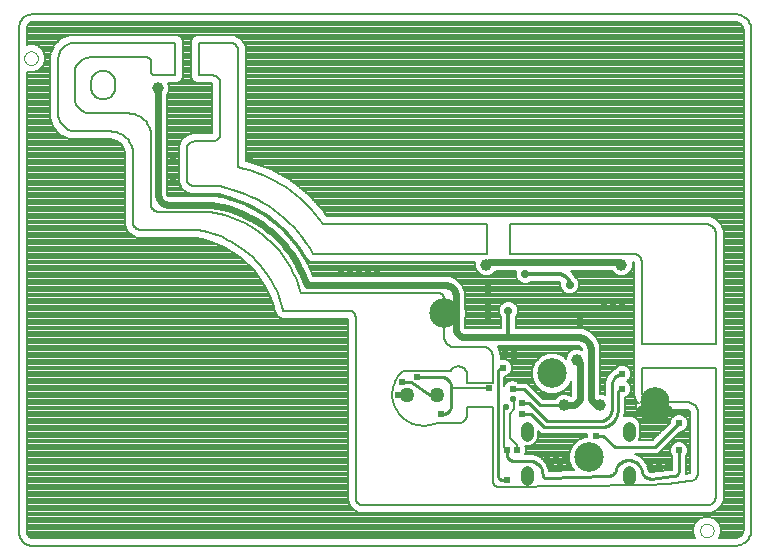
<source format=gbl>
G75*
G70*
%OFA0B0*%
%FSLAX24Y24*%
%IPPOS*%
%LPD*%
%AMOC8*
5,1,8,0,0,1.08239X$1,22.5*
%
%ADD10C,0.0050*%
%ADD11C,0.0004*%
%ADD12C,0.0433*%
%ADD13C,0.0500*%
%ADD14C,0.0984*%
%ADD15C,0.0000*%
%ADD16C,0.0080*%
%ADD17C,0.0240*%
%ADD18C,0.0400*%
%ADD19C,0.0100*%
%ADD20C,0.0390*%
%ADD21C,0.0240*%
%ADD22C,0.0220*%
%ADD23C,0.0280*%
%ADD24C,0.0140*%
D10*
X000929Y000534D02*
X024328Y000534D01*
X024327Y000533D02*
X024374Y000530D01*
X024420Y000531D01*
X024466Y000536D01*
X024512Y000544D01*
X024556Y000557D01*
X024600Y000573D01*
X024642Y000592D01*
X024682Y000615D01*
X024720Y000641D01*
X024756Y000671D01*
X024790Y000703D01*
X024821Y000737D01*
X024848Y000775D01*
X024873Y000814D01*
X024894Y000855D01*
X024912Y000898D01*
X024926Y000942D01*
X024936Y000987D01*
X024943Y001033D01*
X024943Y001034D02*
X024943Y017752D01*
X024943Y017753D02*
X024936Y017798D01*
X024926Y017844D01*
X024911Y017888D01*
X024894Y017930D01*
X024872Y017971D01*
X024848Y018011D01*
X024820Y018048D01*
X024789Y018082D01*
X024756Y018114D01*
X024720Y018143D01*
X024682Y018170D01*
X024641Y018192D01*
X024599Y018212D01*
X024556Y018228D01*
X024511Y018240D01*
X024466Y018248D01*
X024420Y018253D01*
X024374Y018254D01*
X024327Y018251D01*
X024328Y018250D02*
X000929Y018250D01*
X000930Y018250D02*
X000889Y018243D01*
X000849Y018233D01*
X000809Y018219D01*
X000772Y018201D01*
X000736Y018180D01*
X000702Y018156D01*
X000671Y018129D01*
X000642Y018099D01*
X000616Y018066D01*
X000593Y018032D01*
X000574Y017995D01*
X000558Y017956D01*
X000546Y017917D01*
X000537Y017876D01*
X000532Y017835D01*
X000531Y017793D01*
X000534Y017752D01*
X000534Y001034D01*
X000531Y000993D01*
X000532Y000951D01*
X000537Y000910D01*
X000545Y000869D01*
X000558Y000829D01*
X000574Y000791D01*
X000593Y000754D01*
X000616Y000719D01*
X000642Y000686D01*
X000670Y000656D01*
X000702Y000629D01*
X000736Y000604D01*
X000772Y000583D01*
X000809Y000565D01*
X000848Y000551D01*
X000889Y000541D01*
X000930Y000534D01*
X009337Y008375D02*
X009294Y008543D01*
X009242Y008708D01*
X009183Y008870D01*
X009115Y009030D01*
X009040Y009186D01*
X008957Y009338D01*
X008867Y009486D01*
X008770Y009629D01*
X008666Y009767D01*
X008556Y009900D01*
X008439Y010028D01*
X008316Y010150D01*
X008187Y010266D01*
X008053Y010375D01*
X007913Y010477D01*
X007769Y010573D01*
X007620Y010662D01*
X007467Y010743D01*
X007311Y010816D01*
X007151Y010882D01*
X006987Y010940D01*
X006822Y010990D01*
X006654Y011032D01*
X006484Y011066D01*
X006484Y011065D02*
X004578Y011065D01*
X004548Y011067D01*
X004518Y011072D01*
X004489Y011081D01*
X004462Y011094D01*
X004436Y011109D01*
X004412Y011128D01*
X004391Y011149D01*
X004372Y011173D01*
X004357Y011199D01*
X004344Y011226D01*
X004335Y011255D01*
X004330Y011285D01*
X004328Y011315D01*
X004328Y013595D01*
X004326Y013649D01*
X004320Y013702D01*
X004311Y013754D01*
X004298Y013806D01*
X004281Y013857D01*
X004260Y013907D01*
X004236Y013954D01*
X004209Y014000D01*
X004178Y014044D01*
X004145Y014086D01*
X004108Y014125D01*
X004069Y014162D01*
X004027Y014195D01*
X003983Y014226D01*
X003937Y014253D01*
X003890Y014277D01*
X003840Y014298D01*
X003789Y014315D01*
X003737Y014328D01*
X003685Y014337D01*
X003632Y014343D01*
X003578Y014345D01*
X002387Y014345D01*
X002341Y014350D01*
X002296Y014359D01*
X002251Y014371D01*
X002207Y014386D01*
X002165Y014405D01*
X002124Y014428D01*
X002085Y014453D01*
X002048Y014481D01*
X002014Y014512D01*
X001982Y014546D01*
X001953Y014582D01*
X001927Y014621D01*
X001903Y014661D01*
X001884Y014703D01*
X001867Y014746D01*
X001854Y014791D01*
X001844Y014836D01*
X001838Y014882D01*
X001836Y014928D01*
X001837Y014975D01*
X001837Y016756D01*
X001839Y016801D01*
X001845Y016847D01*
X001854Y016891D01*
X001867Y016935D01*
X001883Y016977D01*
X001903Y017018D01*
X001927Y017057D01*
X001953Y017094D01*
X001982Y017129D01*
X002014Y017161D01*
X002049Y017190D01*
X002086Y017216D01*
X002125Y017240D01*
X002166Y017260D01*
X002208Y017276D01*
X002252Y017289D01*
X002296Y017298D01*
X002342Y017304D01*
X002387Y017306D01*
X005733Y017306D01*
X005733Y016215D01*
X005078Y016215D01*
X005055Y016217D01*
X005032Y016222D01*
X005010Y016231D01*
X004990Y016244D01*
X004972Y016259D01*
X004957Y016277D01*
X004944Y016297D01*
X004935Y016319D01*
X004930Y016342D01*
X004928Y016365D01*
X004928Y016665D01*
X004926Y016688D01*
X004921Y016711D01*
X004912Y016733D01*
X004899Y016753D01*
X004884Y016771D01*
X004866Y016786D01*
X004846Y016799D01*
X004824Y016808D01*
X004801Y016813D01*
X004778Y016815D01*
X002928Y016815D01*
X002883Y016813D01*
X002837Y016807D01*
X002793Y016798D01*
X002749Y016785D01*
X002707Y016769D01*
X002666Y016749D01*
X002627Y016725D01*
X002590Y016699D01*
X002555Y016670D01*
X002523Y016638D01*
X002494Y016603D01*
X002468Y016566D01*
X002444Y016527D01*
X002424Y016486D01*
X002408Y016444D01*
X002395Y016400D01*
X002386Y016356D01*
X002380Y016310D01*
X002378Y016265D01*
X002378Y015495D01*
X002380Y015450D01*
X002386Y015404D01*
X002395Y015360D01*
X002408Y015316D01*
X002424Y015274D01*
X002444Y015233D01*
X002468Y015194D01*
X002494Y015157D01*
X002523Y015122D01*
X002555Y015090D01*
X002590Y015061D01*
X002627Y015035D01*
X002666Y015011D01*
X002707Y014991D01*
X002749Y014975D01*
X002793Y014962D01*
X002837Y014953D01*
X002883Y014947D01*
X002928Y014945D01*
X004178Y014945D01*
X004232Y014943D01*
X004285Y014937D01*
X004337Y014928D01*
X004389Y014915D01*
X004440Y014898D01*
X004490Y014877D01*
X004537Y014853D01*
X004583Y014826D01*
X004627Y014795D01*
X004669Y014762D01*
X004708Y014725D01*
X004745Y014686D01*
X004778Y014644D01*
X004809Y014600D01*
X004836Y014554D01*
X004860Y014507D01*
X004881Y014457D01*
X004898Y014406D01*
X004911Y014354D01*
X004920Y014302D01*
X004926Y014249D01*
X004928Y014195D01*
X004928Y011915D01*
X004930Y011885D01*
X004935Y011855D01*
X004944Y011826D01*
X004957Y011799D01*
X004972Y011773D01*
X004991Y011749D01*
X005012Y011728D01*
X005036Y011709D01*
X005062Y011694D01*
X005089Y011681D01*
X005118Y011672D01*
X005148Y011667D01*
X005178Y011665D01*
X006878Y011665D01*
X007228Y012515D02*
X006378Y012515D01*
X006348Y012517D01*
X006318Y012522D01*
X006289Y012531D01*
X006262Y012544D01*
X006236Y012559D01*
X006212Y012578D01*
X006191Y012599D01*
X006172Y012623D01*
X006157Y012649D01*
X006144Y012676D01*
X006135Y012705D01*
X006130Y012735D01*
X006128Y012765D01*
X006128Y013765D01*
X006130Y013795D01*
X006135Y013825D01*
X006144Y013854D01*
X006157Y013881D01*
X006172Y013907D01*
X006191Y013931D01*
X006212Y013952D01*
X006236Y013971D01*
X006262Y013986D01*
X006289Y013999D01*
X006318Y014008D01*
X006348Y014013D01*
X006378Y014015D01*
X006978Y014015D01*
X007008Y014017D01*
X007038Y014022D01*
X007067Y014031D01*
X007094Y014044D01*
X007120Y014059D01*
X007144Y014078D01*
X007165Y014099D01*
X007184Y014123D01*
X007199Y014149D01*
X007212Y014176D01*
X007221Y014205D01*
X007226Y014235D01*
X007228Y014265D01*
X007228Y014604D01*
X007228Y014614D02*
X007228Y015648D01*
X007228Y015628D02*
X007228Y015965D01*
X007226Y015995D01*
X007221Y016025D01*
X007212Y016054D01*
X007199Y016081D01*
X007184Y016107D01*
X007165Y016131D01*
X007144Y016152D01*
X007120Y016171D01*
X007094Y016186D01*
X007067Y016199D01*
X007038Y016208D01*
X007008Y016213D01*
X006978Y016215D01*
X006521Y016215D01*
X006521Y017306D01*
X007568Y017306D01*
X007569Y017306D02*
X007599Y017304D01*
X007628Y017299D01*
X007657Y017291D01*
X007684Y017279D01*
X007710Y017263D01*
X007734Y017245D01*
X007755Y017224D01*
X007774Y017201D01*
X007790Y017175D01*
X007802Y017148D01*
X007811Y017119D01*
X007817Y017090D01*
X007819Y017060D01*
X007818Y017060D02*
X007818Y013156D01*
X010657Y011256D02*
X016120Y011256D01*
X016120Y010259D01*
X010328Y010259D01*
X009928Y008965D02*
X014478Y008965D01*
X014506Y008964D01*
X014533Y008960D01*
X014560Y008953D01*
X014585Y008942D01*
X014609Y008928D01*
X014630Y008911D01*
X014650Y008891D01*
X014666Y008869D01*
X014680Y008845D01*
X014690Y008819D01*
X014697Y008792D01*
X014700Y008765D01*
X014699Y008765D02*
X014699Y007521D01*
X014698Y007485D01*
X014701Y007450D01*
X014708Y007415D01*
X014718Y007381D01*
X014732Y007348D01*
X014749Y007316D01*
X014770Y007287D01*
X014793Y007260D01*
X014819Y007236D01*
X014847Y007214D01*
X014878Y007195D01*
X014910Y007180D01*
X014944Y007169D01*
X014979Y007160D01*
X015014Y007156D01*
X016009Y007156D01*
X016010Y007156D02*
X016042Y007155D01*
X016074Y007152D01*
X016106Y007144D01*
X016137Y007133D01*
X016166Y007119D01*
X016193Y007101D01*
X016219Y007081D01*
X016242Y007058D01*
X016262Y007032D01*
X016279Y007005D01*
X016293Y006975D01*
X016303Y006944D01*
X016310Y006913D01*
X016314Y006880D01*
X016314Y006881D02*
X016314Y005956D01*
X015468Y005956D01*
X015468Y006220D01*
X015466Y006253D01*
X015460Y006286D01*
X015450Y006318D01*
X015437Y006349D01*
X015421Y006378D01*
X015401Y006406D01*
X015378Y006430D01*
X015353Y006452D01*
X015325Y006471D01*
X015296Y006487D01*
X015264Y006499D01*
X015232Y006508D01*
X015199Y006513D01*
X015165Y006514D01*
X015132Y006511D01*
X015099Y006505D01*
X015067Y006495D01*
X015036Y006481D01*
X015007Y006464D01*
X014980Y006444D01*
X014956Y006421D01*
X014935Y006395D01*
X014916Y006367D01*
X014917Y006367D02*
X013342Y006367D01*
X013341Y006367D02*
X013294Y006325D01*
X013249Y006280D01*
X013208Y006232D01*
X013169Y006182D01*
X013133Y006129D01*
X013101Y006075D01*
X013072Y006018D01*
X013046Y005960D01*
X013024Y005901D01*
X013006Y005840D01*
X012991Y005778D01*
X012981Y005715D01*
X012974Y005652D01*
X012971Y005589D01*
X012972Y005525D01*
X012977Y005462D01*
X012986Y005399D01*
X012998Y005337D01*
X013015Y005276D01*
X013035Y005216D01*
X013058Y005157D01*
X013086Y005099D01*
X013116Y005044D01*
X013150Y004990D01*
X013188Y004939D01*
X013228Y004890D01*
X013271Y004844D01*
X013317Y004800D01*
X013366Y004759D01*
X013417Y004721D01*
X013470Y004687D01*
X013526Y004656D01*
X013583Y004628D01*
X013641Y004604D01*
X013701Y004583D01*
X013763Y004566D01*
X013825Y004553D01*
X013887Y004544D01*
X013951Y004539D01*
X014014Y004537D01*
X014078Y004539D01*
X014141Y004546D01*
X014203Y004556D01*
X014265Y004570D01*
X014326Y004587D01*
X014386Y004609D01*
X014444Y004634D01*
X015153Y004634D01*
X015186Y004633D01*
X015218Y004636D01*
X015250Y004642D01*
X015281Y004652D01*
X015311Y004665D01*
X015339Y004682D01*
X015365Y004701D01*
X015389Y004724D01*
X015410Y004749D01*
X015428Y004776D01*
X015443Y004805D01*
X015455Y004835D01*
X015463Y004867D01*
X015468Y004899D01*
X015468Y005167D01*
X016314Y005167D01*
X016314Y002729D01*
X016316Y002699D01*
X016321Y002669D01*
X016330Y002640D01*
X016343Y002613D01*
X016358Y002587D01*
X016377Y002563D01*
X016398Y002542D01*
X016422Y002523D01*
X016448Y002508D01*
X016475Y002495D01*
X016504Y002486D01*
X016534Y002481D01*
X016564Y002479D01*
X021424Y002565D01*
X022873Y002683D02*
X022906Y002685D01*
X022938Y002690D01*
X022970Y002699D01*
X023001Y002712D01*
X023029Y002728D01*
X023056Y002747D01*
X023081Y002769D01*
X023103Y002794D01*
X023122Y002821D01*
X023138Y002849D01*
X023151Y002880D01*
X023160Y002912D01*
X023165Y002944D01*
X023167Y002977D01*
X023167Y004915D01*
X023167Y004916D02*
X023168Y004952D01*
X023166Y004988D01*
X023160Y005024D01*
X023150Y005059D01*
X023137Y005094D01*
X023121Y005126D01*
X023102Y005157D01*
X023080Y005186D01*
X023055Y005213D01*
X023028Y005237D01*
X022998Y005258D01*
X022967Y005276D01*
X022933Y005291D01*
X022899Y005303D01*
X022863Y005311D01*
X022827Y005316D01*
X022828Y005315D02*
X021728Y005315D01*
X021689Y005314D01*
X021649Y005317D01*
X021611Y005324D01*
X021573Y005334D01*
X021536Y005348D01*
X021500Y005365D01*
X021467Y005386D01*
X021435Y005409D01*
X021406Y005435D01*
X021379Y005464D01*
X021355Y005495D01*
X021333Y005528D01*
X021315Y005563D01*
X021301Y005600D01*
X021290Y005637D01*
X021282Y005676D01*
X021278Y005715D01*
X021278Y006464D01*
X023758Y006464D01*
X023758Y002186D01*
X023756Y002153D01*
X023751Y002120D01*
X023742Y002088D01*
X023730Y002058D01*
X023714Y002028D01*
X023695Y002001D01*
X023673Y001976D01*
X023648Y001954D01*
X023621Y001935D01*
X023592Y001918D01*
X023562Y001905D01*
X023530Y001896D01*
X023497Y001890D01*
X023464Y001888D01*
X011983Y001888D01*
X011984Y001888D02*
X011954Y001891D01*
X011925Y001897D01*
X011897Y001907D01*
X011871Y001920D01*
X011846Y001936D01*
X011823Y001955D01*
X011803Y001977D01*
X011786Y002001D01*
X011771Y002027D01*
X011760Y002054D01*
X011752Y002083D01*
X011748Y002112D01*
X011747Y002141D01*
X011747Y002142D02*
X011747Y008175D01*
X011744Y008202D01*
X011737Y008229D01*
X011727Y008255D01*
X011713Y008279D01*
X011697Y008301D01*
X011677Y008321D01*
X011656Y008338D01*
X011632Y008352D01*
X011607Y008363D01*
X011580Y008370D01*
X011553Y008374D01*
X011525Y008375D01*
X009337Y008375D01*
X010657Y011256D02*
X010530Y011434D01*
X010394Y011605D01*
X010250Y011770D01*
X010099Y011928D01*
X009940Y012078D01*
X009774Y012221D01*
X009601Y012356D01*
X009422Y012482D01*
X009238Y012599D01*
X009047Y012707D01*
X008852Y012806D01*
X008653Y012896D01*
X008449Y012976D01*
X008242Y013046D01*
X008031Y013106D01*
X007818Y013156D01*
X003728Y015815D02*
X003728Y015965D01*
X003726Y016004D01*
X003720Y016043D01*
X003711Y016081D01*
X003698Y016118D01*
X003681Y016154D01*
X003661Y016187D01*
X003637Y016219D01*
X003611Y016248D01*
X003582Y016274D01*
X003550Y016298D01*
X003517Y016318D01*
X003481Y016335D01*
X003444Y016348D01*
X003406Y016357D01*
X003367Y016363D01*
X003328Y016365D01*
X003289Y016363D01*
X003250Y016357D01*
X003212Y016348D01*
X003175Y016335D01*
X003139Y016318D01*
X003106Y016298D01*
X003074Y016274D01*
X003045Y016248D01*
X003019Y016219D01*
X002995Y016187D01*
X002975Y016154D01*
X002958Y016118D01*
X002945Y016081D01*
X002936Y016043D01*
X002930Y016004D01*
X002928Y015965D01*
X002928Y015815D01*
X002930Y015776D01*
X002936Y015737D01*
X002945Y015699D01*
X002958Y015662D01*
X002975Y015626D01*
X002995Y015593D01*
X003019Y015561D01*
X003045Y015532D01*
X003074Y015506D01*
X003106Y015482D01*
X003139Y015462D01*
X003175Y015445D01*
X003212Y015432D01*
X003250Y015423D01*
X003289Y015417D01*
X003328Y015415D01*
X003367Y015417D01*
X003406Y015423D01*
X003444Y015432D01*
X003481Y015445D01*
X003517Y015462D01*
X003550Y015482D01*
X003582Y015506D01*
X003611Y015532D01*
X003637Y015561D01*
X003661Y015593D01*
X003681Y015626D01*
X003698Y015662D01*
X003711Y015699D01*
X003720Y015737D01*
X003726Y015776D01*
X003728Y015815D01*
X007228Y012515D02*
X007443Y012468D01*
X007655Y012410D01*
X007864Y012342D01*
X008070Y012264D01*
X008271Y012176D01*
X008469Y012079D01*
X008661Y011972D01*
X008847Y011856D01*
X009028Y011730D01*
X009203Y011597D01*
X009371Y011455D01*
X009532Y011305D01*
X009685Y011147D01*
X009831Y010983D01*
X009968Y010811D01*
X010097Y010633D01*
X010217Y010449D01*
X010328Y010259D01*
X009928Y008965D02*
X009877Y009137D01*
X009818Y009307D01*
X009751Y009474D01*
X009675Y009637D01*
X009592Y009797D01*
X009501Y009952D01*
X009403Y010102D01*
X009298Y010248D01*
X009185Y010388D01*
X009066Y010523D01*
X008941Y010652D01*
X008809Y010774D01*
X008671Y010890D01*
X008528Y010999D01*
X008380Y011101D01*
X008227Y011195D01*
X008070Y011282D01*
X007909Y011362D01*
X007744Y011433D01*
X007576Y011496D01*
X007404Y011551D01*
X007231Y011598D01*
X007055Y011636D01*
X006878Y011665D01*
X016908Y011256D02*
X016908Y010259D01*
X021028Y010259D01*
X021058Y010258D01*
X021087Y010253D01*
X021116Y010244D01*
X021143Y010232D01*
X021169Y010217D01*
X021192Y010199D01*
X021214Y010178D01*
X021232Y010155D01*
X021248Y010130D01*
X021261Y010103D01*
X021270Y010074D01*
X021276Y010045D01*
X021278Y010015D01*
X021278Y007252D01*
X023758Y007252D01*
X023758Y010915D01*
X023757Y010916D02*
X023756Y010951D01*
X023751Y010985D01*
X023742Y011019D01*
X023730Y011052D01*
X023715Y011084D01*
X023696Y011114D01*
X023674Y011141D01*
X023650Y011166D01*
X023623Y011189D01*
X023594Y011208D01*
X023563Y011225D01*
X023531Y011238D01*
X023497Y011248D01*
X023462Y011254D01*
X023427Y011256D01*
X023428Y011256D02*
X016908Y011256D01*
X021424Y002565D02*
X022150Y002608D01*
X022873Y002683D01*
D11*
X020956Y002742D02*
X020956Y002986D01*
X020955Y002986D02*
X020953Y003006D01*
X020948Y003025D01*
X020939Y003043D01*
X020927Y003059D01*
X020912Y003072D01*
X020895Y003083D01*
X020877Y003090D01*
X020857Y003094D01*
X020837Y003094D01*
X020817Y003090D01*
X020799Y003083D01*
X020782Y003072D01*
X020767Y003059D01*
X020755Y003043D01*
X020746Y003025D01*
X020741Y003006D01*
X020739Y002986D01*
X020739Y002742D01*
X020741Y002722D01*
X020746Y002703D01*
X020755Y002685D01*
X020767Y002669D01*
X020782Y002656D01*
X020799Y002645D01*
X020817Y002638D01*
X020837Y002634D01*
X020857Y002634D01*
X020877Y002638D01*
X020895Y002645D01*
X020912Y002656D01*
X020927Y002669D01*
X020939Y002685D01*
X020948Y002703D01*
X020953Y002722D01*
X020955Y002742D01*
X020956Y004238D02*
X020956Y004483D01*
X020955Y004483D02*
X020953Y004503D01*
X020948Y004522D01*
X020939Y004540D01*
X020927Y004556D01*
X020912Y004569D01*
X020895Y004580D01*
X020877Y004587D01*
X020857Y004591D01*
X020837Y004591D01*
X020817Y004587D01*
X020799Y004580D01*
X020782Y004569D01*
X020767Y004556D01*
X020755Y004540D01*
X020746Y004522D01*
X020741Y004503D01*
X020739Y004483D01*
X020739Y004238D01*
X020741Y004218D01*
X020746Y004199D01*
X020755Y004181D01*
X020767Y004165D01*
X020782Y004152D01*
X020799Y004141D01*
X020817Y004134D01*
X020837Y004130D01*
X020857Y004130D01*
X020877Y004134D01*
X020895Y004141D01*
X020912Y004152D01*
X020927Y004165D01*
X020939Y004181D01*
X020948Y004199D01*
X020953Y004218D01*
X020955Y004238D01*
X017554Y004238D02*
X017554Y004483D01*
X017552Y004503D01*
X017547Y004522D01*
X017538Y004540D01*
X017526Y004556D01*
X017511Y004569D01*
X017494Y004580D01*
X017476Y004587D01*
X017456Y004591D01*
X017436Y004591D01*
X017416Y004587D01*
X017398Y004580D01*
X017381Y004569D01*
X017366Y004556D01*
X017354Y004540D01*
X017345Y004522D01*
X017340Y004503D01*
X017338Y004483D01*
X017338Y004238D01*
X017340Y004218D01*
X017345Y004199D01*
X017354Y004181D01*
X017366Y004165D01*
X017381Y004152D01*
X017398Y004141D01*
X017416Y004134D01*
X017436Y004130D01*
X017456Y004130D01*
X017476Y004134D01*
X017494Y004141D01*
X017511Y004152D01*
X017526Y004165D01*
X017538Y004181D01*
X017547Y004199D01*
X017552Y004218D01*
X017554Y004238D01*
X017554Y002986D02*
X017554Y002742D01*
X017552Y002722D01*
X017547Y002703D01*
X017538Y002685D01*
X017526Y002669D01*
X017511Y002656D01*
X017494Y002645D01*
X017476Y002638D01*
X017456Y002634D01*
X017436Y002634D01*
X017416Y002638D01*
X017398Y002645D01*
X017381Y002656D01*
X017366Y002669D01*
X017354Y002685D01*
X017345Y002703D01*
X017340Y002722D01*
X017338Y002742D01*
X017338Y002986D01*
X017340Y003006D01*
X017345Y003025D01*
X017354Y003043D01*
X017366Y003059D01*
X017381Y003072D01*
X017398Y003083D01*
X017416Y003090D01*
X017436Y003094D01*
X017456Y003094D01*
X017476Y003090D01*
X017494Y003083D01*
X017511Y003072D01*
X017526Y003059D01*
X017538Y003043D01*
X017547Y003025D01*
X017552Y003006D01*
X017554Y002986D01*
D12*
X017446Y002744D02*
X017446Y002744D01*
X017446Y002980D01*
X017446Y002980D01*
X017446Y002744D01*
X017446Y004241D02*
X017446Y004241D01*
X017446Y004477D01*
X017446Y004477D01*
X017446Y004241D01*
X020847Y004241D02*
X020847Y004241D01*
X020847Y004477D01*
X020847Y004477D01*
X020847Y004241D01*
X020847Y002744D02*
X020847Y002744D01*
X020847Y002980D01*
X020847Y002980D01*
X020847Y002744D01*
D13*
X014468Y005547D03*
X013468Y005547D03*
D14*
X014710Y008279D03*
X018308Y006278D03*
X021725Y005319D03*
X019538Y003495D03*
D15*
X023229Y001042D02*
X023231Y001072D01*
X023237Y001101D01*
X023246Y001129D01*
X023259Y001155D01*
X023276Y001180D01*
X023295Y001203D01*
X023318Y001222D01*
X023342Y001239D01*
X023369Y001252D01*
X023397Y001261D01*
X023426Y001267D01*
X023456Y001269D01*
X023486Y001267D01*
X023515Y001261D01*
X023543Y001252D01*
X023569Y001239D01*
X023594Y001222D01*
X023617Y001203D01*
X023636Y001180D01*
X023653Y001156D01*
X023666Y001129D01*
X023675Y001101D01*
X023681Y001072D01*
X023683Y001042D01*
X023681Y001012D01*
X023675Y000983D01*
X023666Y000955D01*
X023653Y000929D01*
X023636Y000904D01*
X023617Y000881D01*
X023594Y000862D01*
X023570Y000845D01*
X023543Y000832D01*
X023515Y000823D01*
X023486Y000817D01*
X023456Y000815D01*
X023426Y000817D01*
X023397Y000823D01*
X023369Y000832D01*
X023343Y000845D01*
X023318Y000862D01*
X023295Y000881D01*
X023276Y000904D01*
X023259Y000928D01*
X023246Y000955D01*
X023237Y000983D01*
X023231Y001012D01*
X023229Y001042D01*
X000700Y016790D02*
X000702Y016820D01*
X000708Y016849D01*
X000717Y016877D01*
X000730Y016903D01*
X000747Y016928D01*
X000766Y016951D01*
X000789Y016970D01*
X000813Y016987D01*
X000840Y017000D01*
X000868Y017009D01*
X000897Y017015D01*
X000927Y017017D01*
X000957Y017015D01*
X000986Y017009D01*
X001014Y017000D01*
X001040Y016987D01*
X001065Y016970D01*
X001088Y016951D01*
X001107Y016928D01*
X001124Y016904D01*
X001137Y016877D01*
X001146Y016849D01*
X001152Y016820D01*
X001154Y016790D01*
X001152Y016760D01*
X001146Y016731D01*
X001137Y016703D01*
X001124Y016677D01*
X001107Y016652D01*
X001088Y016629D01*
X001065Y016610D01*
X001041Y016593D01*
X001014Y016580D01*
X000986Y016571D01*
X000957Y016565D01*
X000927Y016563D01*
X000897Y016565D01*
X000868Y016571D01*
X000840Y016580D01*
X000814Y016593D01*
X000789Y016610D01*
X000766Y016629D01*
X000747Y016652D01*
X000730Y016676D01*
X000717Y016703D01*
X000708Y016731D01*
X000702Y016760D01*
X000700Y016790D01*
D16*
X000799Y017242D02*
X000799Y017715D01*
X000803Y017730D01*
X000799Y017767D01*
X000799Y017805D01*
X000797Y017810D01*
X000796Y017819D01*
X000816Y017888D01*
X000861Y017944D01*
X000924Y017979D01*
X000952Y017985D01*
X024289Y017985D01*
X024303Y017981D01*
X024342Y017985D01*
X024381Y017985D01*
X024385Y017987D01*
X024413Y017987D01*
X024524Y017954D01*
X024613Y017882D01*
X024668Y017781D01*
X024678Y017732D01*
X024678Y001054D01*
X024668Y001004D01*
X024613Y000903D01*
X024524Y000830D01*
X024413Y000797D01*
X024384Y000797D01*
X024381Y000799D01*
X024341Y000799D01*
X024303Y000803D01*
X024289Y000799D01*
X023861Y000799D01*
X023923Y000949D01*
X023923Y001134D01*
X023852Y001306D01*
X023720Y001437D01*
X023549Y001509D01*
X023363Y001509D01*
X023191Y001437D01*
X023060Y001306D01*
X022989Y001134D01*
X022989Y000949D01*
X023051Y000799D01*
X000952Y000799D01*
X000924Y000805D01*
X000861Y000840D01*
X000816Y000897D01*
X000796Y000967D01*
X000796Y000976D01*
X000799Y000981D01*
X000799Y001018D01*
X000803Y001055D01*
X000799Y001071D01*
X000799Y016337D01*
X000835Y016323D01*
X001020Y016323D01*
X001192Y016394D01*
X001323Y016525D01*
X001394Y016697D01*
X001394Y016882D01*
X001323Y017054D01*
X001192Y017186D01*
X001020Y017257D01*
X000835Y017257D01*
X000799Y017242D01*
X000799Y017254D02*
X000829Y017254D01*
X000799Y017333D02*
X001812Y017333D01*
X001890Y017411D02*
X000799Y017411D01*
X000799Y017490D02*
X002030Y017490D01*
X001926Y017447D02*
X001926Y017447D01*
X002225Y017571D01*
X005786Y017571D01*
X005883Y017530D01*
X005958Y017456D01*
X005998Y017358D01*
X005998Y016162D01*
X005958Y016065D01*
X005883Y015991D01*
X005786Y015950D01*
X005508Y015950D01*
X005542Y015869D01*
X005542Y015719D01*
X005485Y015582D01*
X005467Y015564D01*
X005467Y012233D01*
X005468Y012230D01*
X007280Y012230D01*
X007197Y012250D02*
X007539Y012168D01*
X008234Y011900D01*
X008872Y011516D01*
X009433Y011028D01*
X009901Y010449D01*
X010090Y010140D01*
X010103Y010109D01*
X010114Y010098D01*
X010121Y010085D01*
X010151Y010061D01*
X010178Y010034D01*
X010192Y010028D01*
X010204Y010019D01*
X010240Y010008D01*
X010275Y009994D01*
X010290Y009994D01*
X010305Y009990D01*
X010343Y009994D01*
X015740Y009994D01*
X015735Y009982D01*
X015735Y009833D01*
X015792Y009695D01*
X015898Y009589D01*
X016035Y009532D01*
X016185Y009532D01*
X016322Y009589D01*
X016417Y009684D01*
X017102Y009684D01*
X017089Y009652D01*
X017089Y009525D01*
X017137Y009408D01*
X017228Y009317D01*
X017345Y009269D01*
X017472Y009269D01*
X017590Y009317D01*
X017611Y009339D01*
X018529Y009339D01*
X018549Y009337D01*
X018575Y009326D01*
X018564Y009297D01*
X018564Y009170D01*
X018612Y009052D01*
X018702Y008962D01*
X018820Y008914D01*
X018947Y008914D01*
X019065Y008962D01*
X019155Y009052D01*
X019204Y009170D01*
X019204Y009297D01*
X019155Y009415D01*
X019076Y009494D01*
X019042Y009576D01*
X018934Y009684D01*
X020303Y009684D01*
X020398Y009589D01*
X020535Y009532D01*
X020685Y009532D01*
X020822Y009589D01*
X020928Y009695D01*
X020985Y009833D01*
X020985Y009982D01*
X020980Y009993D01*
X021013Y009994D01*
X021013Y007200D01*
X021017Y007190D01*
X021017Y006527D01*
X021013Y006517D01*
X021013Y005760D01*
X021010Y005752D01*
X021013Y005707D01*
X021013Y005662D01*
X021016Y005655D01*
X021021Y005562D01*
X021098Y005403D01*
X021093Y005368D01*
X021093Y005359D01*
X021120Y005359D01*
X021141Y005315D01*
X021182Y005279D01*
X021093Y005279D01*
X021093Y005269D01*
X021109Y005171D01*
X021139Y005076D01*
X021184Y004987D01*
X021243Y004907D01*
X021313Y004836D01*
X021394Y004778D01*
X021482Y004733D01*
X021577Y004702D01*
X021675Y004686D01*
X021685Y004686D01*
X021685Y005047D01*
X021736Y005050D01*
X021765Y005050D01*
X021765Y004686D01*
X021775Y004686D01*
X021873Y004702D01*
X021968Y004733D01*
X022056Y004778D01*
X022137Y004836D01*
X022207Y004907D01*
X022266Y004987D01*
X022298Y005050D01*
X022811Y005050D01*
X022827Y005047D01*
X022863Y005028D01*
X022890Y004997D01*
X022902Y004959D01*
X022902Y004926D01*
X022899Y004884D01*
X022902Y004874D01*
X022902Y002977D01*
X022902Y002971D01*
X022897Y002961D01*
X022889Y002953D01*
X022887Y002952D01*
X022857Y002948D01*
X022821Y002948D01*
X022808Y002942D01*
X022753Y002937D01*
X022758Y002945D01*
X022758Y003521D01*
X022782Y003545D01*
X022828Y003656D01*
X022828Y003775D01*
X022782Y003885D01*
X022698Y003970D01*
X022587Y004015D01*
X022468Y004015D01*
X022358Y003970D01*
X022273Y003885D01*
X022228Y003775D01*
X022228Y003656D01*
X022273Y003545D01*
X022298Y003521D01*
X022298Y003075D01*
X022297Y003075D01*
X022213Y003075D01*
X022203Y003066D01*
X021577Y003005D01*
X021566Y003006D01*
X021541Y003016D01*
X021522Y003033D01*
X021525Y003040D01*
X021507Y003103D01*
X021504Y003168D01*
X021480Y003191D01*
X021458Y003266D01*
X021277Y003482D01*
X021277Y003482D01*
X021277Y003482D01*
X021072Y003585D01*
X021823Y003585D01*
X022553Y004315D01*
X022587Y004315D01*
X022698Y004361D01*
X022782Y004445D01*
X022828Y004556D01*
X022828Y004675D01*
X022782Y004785D01*
X022698Y004870D01*
X022587Y004915D01*
X022468Y004915D01*
X022358Y004870D01*
X022273Y004785D01*
X022228Y004675D01*
X022228Y004640D01*
X021633Y004045D01*
X021196Y004045D01*
X021244Y004162D01*
X021244Y004556D01*
X021184Y004701D01*
X021072Y004813D01*
X020926Y004873D01*
X020769Y004873D01*
X020697Y004844D01*
X020707Y004864D01*
X020710Y004934D01*
X020714Y004938D01*
X020714Y005029D01*
X020718Y005119D01*
X020714Y005123D01*
X020714Y005471D01*
X020804Y005508D01*
X020888Y005593D01*
X020934Y005703D01*
X020934Y005822D01*
X020888Y005932D01*
X020808Y006012D01*
X020888Y006093D01*
X020934Y006203D01*
X020934Y006322D01*
X020888Y006432D01*
X020804Y006517D01*
X020693Y006562D01*
X020574Y006562D01*
X020464Y006517D01*
X020379Y006432D01*
X020376Y006423D01*
X020282Y006377D01*
X020123Y006196D01*
X020123Y006196D01*
X020046Y005967D01*
X020054Y005855D01*
X020054Y005557D01*
X019980Y005587D01*
X019884Y005587D01*
X019884Y007223D01*
X019777Y007480D01*
X019777Y007480D01*
X019580Y007677D01*
X021013Y007677D01*
X021013Y007599D02*
X019659Y007599D01*
X019737Y007520D02*
X021013Y007520D01*
X021013Y007442D02*
X019793Y007442D01*
X019826Y007363D02*
X021013Y007363D01*
X021013Y007285D02*
X019858Y007285D01*
X019884Y007206D02*
X021013Y007206D01*
X021017Y007128D02*
X019884Y007128D01*
X019884Y007049D02*
X021017Y007049D01*
X021017Y006971D02*
X019884Y006971D01*
X019884Y006892D02*
X021017Y006892D01*
X021017Y006814D02*
X019884Y006814D01*
X019884Y006735D02*
X021017Y006735D01*
X021017Y006657D02*
X019884Y006657D01*
X019884Y006578D02*
X021017Y006578D01*
X021013Y006500D02*
X020821Y006500D01*
X020893Y006421D02*
X021013Y006421D01*
X021013Y006343D02*
X020925Y006343D01*
X020934Y006264D02*
X021013Y006264D01*
X021013Y006186D02*
X020927Y006186D01*
X020894Y006107D02*
X021013Y006107D01*
X021013Y006029D02*
X020824Y006029D01*
X020870Y005950D02*
X021013Y005950D01*
X021013Y005872D02*
X020913Y005872D01*
X020934Y005793D02*
X021013Y005793D01*
X021012Y005715D02*
X020934Y005715D01*
X020906Y005636D02*
X021017Y005636D01*
X021021Y005562D02*
X021021Y005562D01*
X021024Y005558D02*
X020853Y005558D01*
X020734Y005479D02*
X021062Y005479D01*
X021098Y005401D02*
X020714Y005401D01*
X020714Y005322D02*
X021138Y005322D01*
X021141Y005315D02*
X021141Y005315D01*
X021097Y005244D02*
X020714Y005244D01*
X020714Y005165D02*
X021110Y005165D01*
X021136Y005087D02*
X020716Y005087D01*
X020714Y005008D02*
X021174Y005008D01*
X021226Y004930D02*
X020709Y004930D01*
X020707Y004864D02*
X020707Y004864D01*
X020701Y004851D02*
X020715Y004851D01*
X020979Y004851D02*
X021299Y004851D01*
X021404Y004773D02*
X021112Y004773D01*
X021186Y004694D02*
X021627Y004694D01*
X021685Y004694D02*
X021765Y004694D01*
X021824Y004694D02*
X022236Y004694D01*
X022203Y004616D02*
X021219Y004616D01*
X021244Y004537D02*
X022125Y004537D01*
X022046Y004459D02*
X021244Y004459D01*
X021244Y004380D02*
X021968Y004380D01*
X021889Y004302D02*
X021244Y004302D01*
X021244Y004223D02*
X021811Y004223D01*
X021732Y004145D02*
X021237Y004145D01*
X021204Y004066D02*
X021654Y004066D01*
X021990Y003752D02*
X022228Y003752D01*
X022228Y003674D02*
X021912Y003674D01*
X021833Y003595D02*
X022253Y003595D01*
X022298Y003517D02*
X021208Y003517D01*
X021314Y003438D02*
X022298Y003438D01*
X022298Y003360D02*
X021379Y003360D01*
X021445Y003281D02*
X022298Y003281D01*
X022298Y003203D02*
X021477Y003203D01*
X021458Y003266D02*
X021458Y003266D01*
X021506Y003124D02*
X022298Y003124D01*
X021993Y003046D02*
X021524Y003046D01*
X022069Y003831D02*
X022251Y003831D01*
X022298Y003909D02*
X022147Y003909D01*
X022226Y003988D02*
X022402Y003988D01*
X022304Y004066D02*
X022902Y004066D01*
X022902Y003988D02*
X022654Y003988D01*
X022758Y003909D02*
X022902Y003909D01*
X022902Y003831D02*
X022805Y003831D01*
X022828Y003752D02*
X022902Y003752D01*
X022902Y003674D02*
X022828Y003674D01*
X022803Y003595D02*
X022902Y003595D01*
X022902Y003517D02*
X022758Y003517D01*
X022758Y003438D02*
X022902Y003438D01*
X022902Y003360D02*
X022758Y003360D01*
X022758Y003281D02*
X022902Y003281D01*
X022902Y003203D02*
X022758Y003203D01*
X022758Y003124D02*
X022902Y003124D01*
X022902Y003046D02*
X022758Y003046D01*
X022758Y002967D02*
X022900Y002967D01*
X024023Y002967D02*
X024678Y002967D01*
X024678Y002889D02*
X024023Y002889D01*
X024023Y002810D02*
X024678Y002810D01*
X024678Y002732D02*
X024023Y002732D01*
X024023Y002653D02*
X024678Y002653D01*
X024678Y002575D02*
X024023Y002575D01*
X024023Y002496D02*
X024678Y002496D01*
X024678Y002418D02*
X024023Y002418D01*
X024023Y002339D02*
X024678Y002339D01*
X024678Y002261D02*
X024023Y002261D01*
X024023Y002187D02*
X024023Y006375D01*
X024027Y006379D01*
X024027Y007337D01*
X024023Y007342D01*
X024023Y010913D01*
X024025Y011030D01*
X023937Y011252D01*
X023937Y011252D01*
X023771Y011424D01*
X023771Y011424D01*
X023551Y011519D01*
X023483Y011520D01*
X023481Y011521D01*
X023430Y011521D01*
X023379Y011522D01*
X023377Y011521D01*
X016988Y011521D01*
X016988Y011521D01*
X016030Y011521D01*
X016029Y011521D01*
X010798Y011521D01*
X010668Y011712D01*
X010161Y012255D01*
X009578Y012714D01*
X008931Y013078D01*
X008236Y013339D01*
X008236Y013339D01*
X008083Y013371D01*
X008083Y017009D01*
X008084Y017010D01*
X008083Y017061D01*
X008083Y017113D01*
X008083Y017114D01*
X008082Y017200D01*
X007943Y017437D01*
X007943Y017437D01*
X007943Y017437D01*
X007703Y017572D01*
X007567Y017571D01*
X006468Y017571D01*
X006371Y017530D01*
X006296Y017456D01*
X006256Y017358D01*
X006256Y016162D01*
X006296Y016065D01*
X006371Y015991D01*
X006468Y015950D01*
X006963Y015950D01*
X006963Y014280D01*
X006275Y014280D01*
X006086Y014202D01*
X005941Y014057D01*
X005863Y013868D01*
X005863Y012663D01*
X005941Y012473D01*
X006086Y012329D01*
X006086Y012329D01*
X006275Y012250D01*
X007197Y012250D01*
X007316Y012152D02*
X007581Y012152D01*
X007567Y012073D02*
X007785Y012073D01*
X007806Y011995D02*
X007989Y011995D01*
X008044Y011916D02*
X007338Y012149D01*
X007008Y012196D01*
X006987Y012205D01*
X006949Y012205D01*
X006912Y012210D01*
X006890Y012205D01*
X005576Y012205D01*
X005565Y012208D01*
X005517Y012205D01*
X005496Y012205D01*
X005485Y012208D01*
X005474Y012218D01*
X005468Y012230D01*
X005467Y012309D02*
X006134Y012309D01*
X006027Y012387D02*
X005467Y012387D01*
X005467Y012466D02*
X005949Y012466D01*
X005941Y012473D02*
X005941Y012473D01*
X005912Y012544D02*
X005467Y012544D01*
X005467Y012623D02*
X005879Y012623D01*
X005863Y012701D02*
X005467Y012701D01*
X005467Y012780D02*
X005863Y012780D01*
X005863Y012858D02*
X005467Y012858D01*
X005467Y012937D02*
X005863Y012937D01*
X005863Y013015D02*
X005467Y013015D01*
X005467Y013094D02*
X005863Y013094D01*
X005863Y013172D02*
X005467Y013172D01*
X005467Y013251D02*
X005863Y013251D01*
X005863Y013329D02*
X005467Y013329D01*
X005467Y013408D02*
X005863Y013408D01*
X005863Y013486D02*
X005467Y013486D01*
X005467Y013565D02*
X005863Y013565D01*
X005863Y013643D02*
X005467Y013643D01*
X005467Y013722D02*
X005863Y013722D01*
X005863Y013800D02*
X005467Y013800D01*
X005467Y013879D02*
X005867Y013879D01*
X005900Y013957D02*
X005467Y013957D01*
X005467Y014036D02*
X005932Y014036D01*
X005941Y014057D02*
X005941Y014057D01*
X005999Y014114D02*
X005467Y014114D01*
X005467Y014193D02*
X006077Y014193D01*
X006086Y014202D02*
X006086Y014202D01*
X006254Y014271D02*
X005467Y014271D01*
X005467Y014350D02*
X006963Y014350D01*
X006963Y014428D02*
X005467Y014428D01*
X005467Y014507D02*
X006963Y014507D01*
X006963Y014585D02*
X005467Y014585D01*
X005467Y014664D02*
X006963Y014664D01*
X006963Y014742D02*
X005467Y014742D01*
X005467Y014821D02*
X006963Y014821D01*
X006963Y014899D02*
X005467Y014899D01*
X005467Y014978D02*
X006963Y014978D01*
X006963Y015056D02*
X005467Y015056D01*
X005467Y015135D02*
X006963Y015135D01*
X006963Y015213D02*
X005467Y015213D01*
X005467Y015292D02*
X006963Y015292D01*
X006963Y015370D02*
X005467Y015370D01*
X005467Y015449D02*
X006963Y015449D01*
X006963Y015527D02*
X005467Y015527D01*
X005495Y015606D02*
X006963Y015606D01*
X006963Y015684D02*
X005528Y015684D01*
X005542Y015763D02*
X006963Y015763D01*
X006963Y015841D02*
X005542Y015841D01*
X005521Y015920D02*
X006963Y015920D01*
X006363Y015998D02*
X005891Y015998D01*
X005963Y016077D02*
X006292Y016077D01*
X006259Y016155D02*
X005995Y016155D01*
X005998Y016234D02*
X006256Y016234D01*
X006256Y016312D02*
X005998Y016312D01*
X005998Y016391D02*
X006256Y016391D01*
X006256Y016469D02*
X005998Y016469D01*
X005998Y016548D02*
X006256Y016548D01*
X006256Y016626D02*
X005998Y016626D01*
X005998Y016705D02*
X006256Y016705D01*
X006256Y016783D02*
X005998Y016783D01*
X005998Y016862D02*
X006256Y016862D01*
X006256Y016940D02*
X005998Y016940D01*
X005998Y017019D02*
X006256Y017019D01*
X006256Y017097D02*
X005998Y017097D01*
X005998Y017176D02*
X006256Y017176D01*
X006256Y017254D02*
X005998Y017254D01*
X005998Y017333D02*
X006256Y017333D01*
X006278Y017411D02*
X005976Y017411D01*
X005924Y017490D02*
X006330Y017490D01*
X006462Y017568D02*
X005792Y017568D01*
X007703Y017572D02*
X007703Y017572D01*
X007710Y017568D02*
X024678Y017568D01*
X024678Y017490D02*
X007849Y017490D01*
X007958Y017411D02*
X024678Y017411D01*
X024678Y017333D02*
X008004Y017333D01*
X008050Y017254D02*
X024678Y017254D01*
X024678Y017176D02*
X008082Y017176D01*
X008082Y017200D02*
X008082Y017200D01*
X008083Y017097D02*
X024678Y017097D01*
X024678Y017019D02*
X008084Y017019D01*
X008083Y016940D02*
X024678Y016940D01*
X024678Y016862D02*
X008083Y016862D01*
X008083Y016783D02*
X024678Y016783D01*
X024678Y016705D02*
X008083Y016705D01*
X008083Y016626D02*
X024678Y016626D01*
X024678Y016548D02*
X008083Y016548D01*
X008083Y016469D02*
X024678Y016469D01*
X024678Y016391D02*
X008083Y016391D01*
X008083Y016312D02*
X024678Y016312D01*
X024678Y016234D02*
X008083Y016234D01*
X008083Y016155D02*
X024678Y016155D01*
X024678Y016077D02*
X008083Y016077D01*
X008083Y015998D02*
X024678Y015998D01*
X024678Y015920D02*
X008083Y015920D01*
X008083Y015841D02*
X024678Y015841D01*
X024678Y015763D02*
X008083Y015763D01*
X008083Y015684D02*
X024678Y015684D01*
X024678Y015606D02*
X008083Y015606D01*
X008083Y015527D02*
X024678Y015527D01*
X024678Y015449D02*
X008083Y015449D01*
X008083Y015370D02*
X024678Y015370D01*
X024678Y015292D02*
X008083Y015292D01*
X008083Y015213D02*
X024678Y015213D01*
X024678Y015135D02*
X008083Y015135D01*
X008083Y015056D02*
X024678Y015056D01*
X024678Y014978D02*
X008083Y014978D01*
X008083Y014899D02*
X024678Y014899D01*
X024678Y014821D02*
X008083Y014821D01*
X008083Y014742D02*
X024678Y014742D01*
X024678Y014664D02*
X008083Y014664D01*
X008083Y014585D02*
X024678Y014585D01*
X024678Y014507D02*
X008083Y014507D01*
X008083Y014428D02*
X024678Y014428D01*
X024678Y014350D02*
X008083Y014350D01*
X008083Y014271D02*
X024678Y014271D01*
X024678Y014193D02*
X008083Y014193D01*
X008083Y014114D02*
X024678Y014114D01*
X024678Y014036D02*
X008083Y014036D01*
X008083Y013957D02*
X024678Y013957D01*
X024678Y013879D02*
X008083Y013879D01*
X008083Y013800D02*
X024678Y013800D01*
X024678Y013722D02*
X008083Y013722D01*
X008083Y013643D02*
X024678Y013643D01*
X024678Y013565D02*
X008083Y013565D01*
X008083Y013486D02*
X024678Y013486D01*
X024678Y013408D02*
X008083Y013408D01*
X008263Y013329D02*
X024678Y013329D01*
X024678Y013251D02*
X008472Y013251D01*
X008680Y013172D02*
X024678Y013172D01*
X024678Y013094D02*
X008889Y013094D01*
X008931Y013078D02*
X008931Y013078D01*
X009043Y013015D02*
X024678Y013015D01*
X024678Y012937D02*
X009182Y012937D01*
X009321Y012858D02*
X024678Y012858D01*
X024678Y012780D02*
X009461Y012780D01*
X009594Y012701D02*
X024678Y012701D01*
X024678Y012623D02*
X009693Y012623D01*
X009793Y012544D02*
X024678Y012544D01*
X024678Y012466D02*
X009893Y012466D01*
X009993Y012387D02*
X024678Y012387D01*
X024678Y012309D02*
X010093Y012309D01*
X010161Y012255D02*
X010161Y012255D01*
X010184Y012230D02*
X024678Y012230D01*
X024678Y012152D02*
X010257Y012152D01*
X010331Y012073D02*
X024678Y012073D01*
X024678Y011995D02*
X010404Y011995D01*
X010477Y011916D02*
X024678Y011916D01*
X024678Y011838D02*
X010550Y011838D01*
X010623Y011759D02*
X024678Y011759D01*
X024678Y011681D02*
X010689Y011681D01*
X010742Y011602D02*
X024678Y011602D01*
X024678Y011524D02*
X010796Y011524D01*
X009730Y010660D02*
X009680Y010660D01*
X009667Y010739D02*
X009610Y010739D01*
X009603Y010817D02*
X009540Y010817D01*
X009540Y010896D02*
X009470Y010896D01*
X009477Y010974D02*
X009400Y010974D01*
X009404Y011053D02*
X009329Y011053D01*
X009282Y011106D02*
X009282Y011106D01*
X009282Y011106D01*
X009777Y010553D01*
X009777Y010553D01*
X010168Y009921D01*
X010168Y009921D01*
X010283Y009633D01*
X010284Y009632D01*
X010306Y009578D01*
X010328Y009525D01*
X010328Y009523D01*
X010331Y009515D01*
X014878Y009515D01*
X015110Y009419D01*
X015288Y009241D01*
X015288Y009241D01*
X015384Y009009D01*
X015384Y008453D01*
X015388Y008449D01*
X015434Y008338D01*
X015434Y008219D01*
X015388Y008109D01*
X015384Y008104D01*
X015384Y007802D01*
X015384Y007802D01*
X015388Y007793D01*
X015396Y007786D01*
X015403Y007784D01*
X015422Y007784D01*
X015470Y007787D01*
X015481Y007784D01*
X016589Y007784D01*
X016589Y008166D01*
X016568Y008187D01*
X016519Y008304D01*
X016519Y008432D01*
X016568Y008549D01*
X016658Y008639D01*
X016776Y008688D01*
X016903Y008688D01*
X017021Y008639D01*
X017111Y008549D01*
X017159Y008432D01*
X017159Y008304D01*
X017111Y008187D01*
X017089Y008166D01*
X017089Y007784D01*
X019323Y007784D01*
X019580Y007677D01*
X019580Y007677D01*
X019390Y007756D02*
X021013Y007756D01*
X021013Y007834D02*
X017089Y007834D01*
X017089Y007913D02*
X021013Y007913D01*
X021013Y007991D02*
X017089Y007991D01*
X017089Y008070D02*
X021013Y008070D01*
X021013Y008148D02*
X017089Y008148D01*
X017127Y008227D02*
X021013Y008227D01*
X021013Y008305D02*
X017159Y008305D01*
X017159Y008384D02*
X021013Y008384D01*
X021013Y008462D02*
X017147Y008462D01*
X017114Y008541D02*
X021013Y008541D01*
X021013Y008619D02*
X017041Y008619D01*
X016638Y008619D02*
X015384Y008619D01*
X015384Y008541D02*
X016564Y008541D01*
X016532Y008462D02*
X015384Y008462D01*
X015415Y008384D02*
X016519Y008384D01*
X016519Y008305D02*
X015434Y008305D01*
X015434Y008227D02*
X016551Y008227D01*
X016589Y008148D02*
X015404Y008148D01*
X015384Y008070D02*
X016589Y008070D01*
X016589Y007991D02*
X015384Y007991D01*
X015384Y007913D02*
X016589Y007913D01*
X016589Y007834D02*
X015384Y007834D01*
X016488Y007184D02*
X019184Y007184D01*
X019203Y007182D01*
X019239Y007167D01*
X019267Y007139D01*
X019282Y007103D01*
X019284Y007084D01*
X019284Y007077D01*
X019208Y007109D01*
X019059Y007109D01*
X018921Y007052D01*
X018816Y006946D01*
X018759Y006808D01*
X018759Y006777D01*
X018689Y006847D01*
X018441Y006950D01*
X018174Y006950D01*
X017927Y006847D01*
X017738Y006658D01*
X017636Y006411D01*
X017636Y006144D01*
X017738Y005897D01*
X017927Y005708D01*
X018174Y005606D01*
X018441Y005606D01*
X018689Y005708D01*
X018878Y005897D01*
X018934Y006032D01*
X018934Y005534D01*
X018933Y005530D01*
X018930Y005522D01*
X018925Y005516D01*
X018911Y005530D01*
X018773Y005587D01*
X018624Y005587D01*
X018486Y005530D01*
X018398Y005442D01*
X018000Y005442D01*
X017469Y005974D01*
X017172Y005974D01*
X017148Y005998D01*
X017037Y006044D01*
X016918Y006044D01*
X016808Y005998D01*
X016723Y005914D01*
X016708Y005876D01*
X016708Y006165D01*
X016720Y006165D01*
X016830Y006211D01*
X016914Y006295D01*
X016960Y006406D01*
X016960Y006525D01*
X016914Y006635D01*
X016830Y006720D01*
X016720Y006765D01*
X016600Y006765D01*
X016579Y006756D01*
X016579Y006835D01*
X016581Y006841D01*
X016579Y006887D01*
X016579Y006933D01*
X016576Y006940D01*
X016573Y007004D01*
X016488Y007184D01*
X016514Y007128D02*
X019272Y007128D01*
X018919Y007049D02*
X016551Y007049D01*
X016573Y007004D02*
X016573Y007004D01*
X016574Y006971D02*
X018840Y006971D01*
X018793Y006892D02*
X018581Y006892D01*
X018722Y006814D02*
X018761Y006814D01*
X018035Y006892D02*
X016579Y006892D01*
X016579Y006814D02*
X017893Y006814D01*
X017815Y006735D02*
X016792Y006735D01*
X016893Y006657D02*
X017737Y006657D01*
X017705Y006578D02*
X016938Y006578D01*
X016960Y006500D02*
X017672Y006500D01*
X017640Y006421D02*
X016960Y006421D01*
X016934Y006343D02*
X017636Y006343D01*
X017636Y006264D02*
X016883Y006264D01*
X016769Y006186D02*
X017636Y006186D01*
X017651Y006107D02*
X016708Y006107D01*
X016708Y006029D02*
X016881Y006029D01*
X016760Y005950D02*
X016708Y005950D01*
X017074Y006029D02*
X017683Y006029D01*
X017716Y005950D02*
X017492Y005950D01*
X017571Y005872D02*
X017763Y005872D01*
X017842Y005793D02*
X017649Y005793D01*
X017728Y005715D02*
X017920Y005715D01*
X017806Y005636D02*
X018100Y005636D01*
X017963Y005479D02*
X018435Y005479D01*
X018552Y005558D02*
X017885Y005558D01*
X018515Y005636D02*
X018934Y005636D01*
X018934Y005558D02*
X018845Y005558D01*
X018930Y005522D02*
X018930Y005522D01*
X018934Y005715D02*
X018695Y005715D01*
X018774Y005793D02*
X018934Y005793D01*
X018934Y005872D02*
X018852Y005872D01*
X018900Y005950D02*
X018934Y005950D01*
X018932Y006029D02*
X018934Y006029D01*
X019884Y006029D02*
X020067Y006029D01*
X020046Y005967D02*
X020046Y005967D01*
X020047Y005950D02*
X019884Y005950D01*
X019884Y005872D02*
X020053Y005872D01*
X020054Y005793D02*
X019884Y005793D01*
X019884Y005715D02*
X020054Y005715D01*
X020054Y005636D02*
X019884Y005636D01*
X020051Y005558D02*
X020054Y005558D01*
X020093Y006107D02*
X019884Y006107D01*
X019884Y006186D02*
X020120Y006186D01*
X020183Y006264D02*
X019884Y006264D01*
X019884Y006343D02*
X020252Y006343D01*
X020282Y006377D02*
X020282Y006377D01*
X020371Y006421D02*
X019884Y006421D01*
X019884Y006500D02*
X020447Y006500D01*
X021685Y005008D02*
X021765Y005008D01*
X021765Y004930D02*
X021685Y004930D01*
X021685Y004851D02*
X021765Y004851D01*
X021765Y004773D02*
X021685Y004773D01*
X022046Y004773D02*
X022268Y004773D01*
X022340Y004851D02*
X022152Y004851D01*
X022224Y004930D02*
X022902Y004930D01*
X022902Y004851D02*
X022716Y004851D01*
X022787Y004773D02*
X022902Y004773D01*
X022902Y004694D02*
X022820Y004694D01*
X022828Y004616D02*
X022902Y004616D01*
X022902Y004537D02*
X022820Y004537D01*
X022788Y004459D02*
X022902Y004459D01*
X022902Y004380D02*
X022717Y004380D01*
X022540Y004302D02*
X022902Y004302D01*
X022902Y004223D02*
X022461Y004223D01*
X022383Y004145D02*
X022902Y004145D01*
X022881Y005008D02*
X022276Y005008D01*
X024023Y005008D02*
X024678Y005008D01*
X024678Y004930D02*
X024023Y004930D01*
X024023Y004851D02*
X024678Y004851D01*
X024678Y004773D02*
X024023Y004773D01*
X024023Y004694D02*
X024678Y004694D01*
X024678Y004616D02*
X024023Y004616D01*
X024023Y004537D02*
X024678Y004537D01*
X024678Y004459D02*
X024023Y004459D01*
X024023Y004380D02*
X024678Y004380D01*
X024678Y004302D02*
X024023Y004302D01*
X024023Y004223D02*
X024678Y004223D01*
X024678Y004145D02*
X024023Y004145D01*
X024023Y004066D02*
X024678Y004066D01*
X024678Y003988D02*
X024023Y003988D01*
X024023Y003909D02*
X024678Y003909D01*
X024678Y003831D02*
X024023Y003831D01*
X024023Y003752D02*
X024678Y003752D01*
X024678Y003674D02*
X024023Y003674D01*
X024023Y003595D02*
X024678Y003595D01*
X024678Y003517D02*
X024023Y003517D01*
X024023Y003438D02*
X024678Y003438D01*
X024678Y003360D02*
X024023Y003360D01*
X024023Y003281D02*
X024678Y003281D01*
X024678Y003203D02*
X024023Y003203D01*
X024023Y003124D02*
X024678Y003124D01*
X024678Y003046D02*
X024023Y003046D01*
X024023Y002187D02*
X024024Y002076D01*
X024024Y002076D01*
X023940Y001870D01*
X023940Y001870D01*
X023783Y001711D01*
X023783Y001711D01*
X023578Y001624D01*
X023578Y001624D01*
X023518Y001623D01*
X023517Y001623D01*
X023465Y001623D01*
X023413Y001623D01*
X023412Y001623D01*
X012031Y001623D01*
X012027Y001621D01*
X011979Y001623D01*
X011931Y001623D01*
X011926Y001625D01*
X011873Y001627D01*
X011873Y001627D01*
X011688Y001711D01*
X011688Y001711D01*
X011550Y001859D01*
X011550Y001859D01*
X011478Y002049D01*
X011478Y002049D01*
X011482Y002146D01*
X011482Y008109D01*
X011479Y008110D01*
X009368Y008110D01*
X009346Y008105D01*
X009316Y008110D01*
X009285Y008110D01*
X009264Y008118D01*
X009242Y008122D01*
X009216Y008138D01*
X009187Y008150D01*
X009172Y008166D01*
X009153Y008177D01*
X009135Y008203D01*
X009113Y008225D01*
X009104Y008245D01*
X009091Y008263D01*
X009084Y008293D01*
X009072Y008322D01*
X009072Y008339D01*
X008991Y008622D01*
X008727Y009205D01*
X008356Y009726D01*
X008356Y009726D01*
X007890Y010165D01*
X007349Y010505D01*
X006751Y010734D01*
X006456Y010800D01*
X004475Y010800D01*
X004286Y010879D01*
X004286Y010879D01*
X004141Y011023D01*
X004141Y011023D01*
X004063Y011213D01*
X004063Y013595D01*
X004057Y013671D01*
X004010Y013815D01*
X003921Y013938D01*
X003798Y014027D01*
X003654Y014074D01*
X003578Y014080D01*
X002431Y014080D01*
X002422Y014077D01*
X002378Y014080D01*
X002335Y014080D01*
X002326Y014084D01*
X002200Y014092D01*
X002200Y014092D01*
X001894Y014243D01*
X001894Y014243D01*
X001670Y014500D01*
X001670Y014500D01*
X001561Y014823D01*
X001561Y014823D01*
X001572Y014984D01*
X001572Y016918D01*
X001696Y017217D01*
X001696Y017217D01*
X001926Y017447D01*
X001733Y017254D02*
X001026Y017254D01*
X001202Y017176D02*
X001679Y017176D01*
X001647Y017097D02*
X001280Y017097D01*
X001338Y017019D02*
X001614Y017019D01*
X001582Y016940D02*
X001370Y016940D01*
X001394Y016862D02*
X001572Y016862D01*
X001572Y016783D02*
X001394Y016783D01*
X001394Y016705D02*
X001572Y016705D01*
X001572Y016626D02*
X001365Y016626D01*
X001333Y016548D02*
X001572Y016548D01*
X001572Y016469D02*
X001267Y016469D01*
X001185Y016391D02*
X001572Y016391D01*
X001572Y016312D02*
X000799Y016312D01*
X000799Y016234D02*
X001572Y016234D01*
X001572Y016155D02*
X000799Y016155D01*
X000799Y016077D02*
X001572Y016077D01*
X001572Y015998D02*
X000799Y015998D01*
X000799Y015920D02*
X001572Y015920D01*
X001572Y015841D02*
X000799Y015841D01*
X000799Y015763D02*
X001572Y015763D01*
X001572Y015684D02*
X000799Y015684D01*
X000799Y015606D02*
X001572Y015606D01*
X001572Y015527D02*
X000799Y015527D01*
X000799Y015449D02*
X001572Y015449D01*
X001572Y015370D02*
X000799Y015370D01*
X000799Y015292D02*
X001572Y015292D01*
X001572Y015213D02*
X000799Y015213D01*
X000799Y015135D02*
X001572Y015135D01*
X001572Y015056D02*
X000799Y015056D01*
X000799Y014978D02*
X001572Y014978D01*
X001567Y014899D02*
X000799Y014899D01*
X000799Y014821D02*
X001562Y014821D01*
X001588Y014742D02*
X000799Y014742D01*
X000799Y014664D02*
X001615Y014664D01*
X001641Y014585D02*
X000799Y014585D01*
X000799Y014507D02*
X001668Y014507D01*
X001733Y014428D02*
X000799Y014428D01*
X000799Y014350D02*
X001801Y014350D01*
X001870Y014271D02*
X000799Y014271D01*
X000799Y014193D02*
X001997Y014193D01*
X002155Y014114D02*
X000799Y014114D01*
X000799Y014036D02*
X003772Y014036D01*
X003894Y013957D02*
X000799Y013957D01*
X000799Y013879D02*
X003964Y013879D01*
X004015Y013800D02*
X000799Y013800D01*
X000799Y013722D02*
X004040Y013722D01*
X004059Y013643D02*
X000799Y013643D01*
X000799Y013565D02*
X004063Y013565D01*
X004063Y013486D02*
X000799Y013486D01*
X000799Y013408D02*
X004063Y013408D01*
X004063Y013329D02*
X000799Y013329D01*
X000799Y013251D02*
X004063Y013251D01*
X004063Y013172D02*
X000799Y013172D01*
X000799Y013094D02*
X004063Y013094D01*
X004063Y013015D02*
X000799Y013015D01*
X000799Y012937D02*
X004063Y012937D01*
X004063Y012858D02*
X000799Y012858D01*
X000799Y012780D02*
X004063Y012780D01*
X004063Y012701D02*
X000799Y012701D01*
X000799Y012623D02*
X004063Y012623D01*
X004063Y012544D02*
X000799Y012544D01*
X000799Y012466D02*
X004063Y012466D01*
X004063Y012387D02*
X000799Y012387D01*
X000799Y012309D02*
X004063Y012309D01*
X004063Y012230D02*
X000799Y012230D01*
X000799Y012152D02*
X004063Y012152D01*
X004063Y012073D02*
X000799Y012073D01*
X000799Y011995D02*
X004063Y011995D01*
X004063Y011916D02*
X000799Y011916D01*
X000799Y011838D02*
X004063Y011838D01*
X004063Y011759D02*
X000799Y011759D01*
X000799Y011681D02*
X004063Y011681D01*
X004063Y011602D02*
X000799Y011602D01*
X000799Y011524D02*
X004063Y011524D01*
X004063Y011445D02*
X000799Y011445D01*
X000799Y011367D02*
X004063Y011367D01*
X004063Y011288D02*
X000799Y011288D01*
X000799Y011210D02*
X004064Y011210D01*
X004097Y011131D02*
X000799Y011131D01*
X000799Y011053D02*
X004129Y011053D01*
X004190Y010974D02*
X000799Y010974D01*
X000799Y010896D02*
X004269Y010896D01*
X004434Y010817D02*
X000799Y010817D01*
X000799Y010739D02*
X006731Y010739D01*
X006944Y010660D02*
X000799Y010660D01*
X000799Y010582D02*
X007149Y010582D01*
X007352Y010503D02*
X000799Y010503D01*
X000799Y010425D02*
X007476Y010425D01*
X007601Y010346D02*
X000799Y010346D01*
X000799Y010268D02*
X007726Y010268D01*
X007851Y010189D02*
X000799Y010189D01*
X000799Y010111D02*
X007947Y010111D01*
X008031Y010032D02*
X000799Y010032D01*
X000799Y009954D02*
X008114Y009954D01*
X008197Y009875D02*
X000799Y009875D01*
X000799Y009797D02*
X008280Y009797D01*
X008361Y009718D02*
X000799Y009718D01*
X000799Y009640D02*
X008417Y009640D01*
X008473Y009561D02*
X000799Y009561D01*
X000799Y009483D02*
X008529Y009483D01*
X008585Y009404D02*
X000799Y009404D01*
X000799Y009326D02*
X008641Y009326D01*
X008697Y009247D02*
X000799Y009247D01*
X000799Y009169D02*
X008744Y009169D01*
X008779Y009090D02*
X000799Y009090D01*
X000799Y009012D02*
X008815Y009012D01*
X008850Y008933D02*
X000799Y008933D01*
X000799Y008855D02*
X008886Y008855D01*
X008921Y008776D02*
X000799Y008776D01*
X000799Y008698D02*
X008957Y008698D01*
X008992Y008619D02*
X000799Y008619D01*
X000799Y008541D02*
X009014Y008541D01*
X009037Y008462D02*
X000799Y008462D01*
X000799Y008384D02*
X009059Y008384D01*
X009079Y008305D02*
X000799Y008305D01*
X000799Y008227D02*
X009112Y008227D01*
X009191Y008148D02*
X000799Y008148D01*
X000799Y008070D02*
X011482Y008070D01*
X011482Y007991D02*
X000799Y007991D01*
X000799Y007913D02*
X011482Y007913D01*
X011482Y007834D02*
X000799Y007834D01*
X000799Y007756D02*
X011482Y007756D01*
X011482Y007677D02*
X000799Y007677D01*
X000799Y007599D02*
X011482Y007599D01*
X011482Y007520D02*
X000799Y007520D01*
X000799Y007442D02*
X011482Y007442D01*
X011482Y007363D02*
X000799Y007363D01*
X000799Y007285D02*
X011482Y007285D01*
X011482Y007206D02*
X000799Y007206D01*
X000799Y007128D02*
X011482Y007128D01*
X011482Y007049D02*
X000799Y007049D01*
X000799Y006971D02*
X011482Y006971D01*
X011482Y006892D02*
X000799Y006892D01*
X000799Y006814D02*
X011482Y006814D01*
X011482Y006735D02*
X000799Y006735D01*
X000799Y006657D02*
X011482Y006657D01*
X011482Y006578D02*
X000799Y006578D01*
X000799Y006500D02*
X011482Y006500D01*
X011482Y006421D02*
X000799Y006421D01*
X000799Y006343D02*
X011482Y006343D01*
X011482Y006264D02*
X000799Y006264D01*
X000799Y006186D02*
X011482Y006186D01*
X011482Y006107D02*
X000799Y006107D01*
X000799Y006029D02*
X011482Y006029D01*
X011482Y005950D02*
X000799Y005950D01*
X000799Y005872D02*
X011482Y005872D01*
X011482Y005793D02*
X000799Y005793D01*
X000799Y005715D02*
X011482Y005715D01*
X011482Y005636D02*
X000799Y005636D01*
X000799Y005558D02*
X011482Y005558D01*
X011482Y005479D02*
X000799Y005479D01*
X000799Y005401D02*
X011482Y005401D01*
X011482Y005322D02*
X000799Y005322D01*
X000799Y005244D02*
X011482Y005244D01*
X011482Y005165D02*
X000799Y005165D01*
X000799Y005087D02*
X011482Y005087D01*
X011482Y005008D02*
X000799Y005008D01*
X000799Y004930D02*
X011482Y004930D01*
X011482Y004851D02*
X000799Y004851D01*
X000799Y004773D02*
X011482Y004773D01*
X011482Y004694D02*
X000799Y004694D01*
X000799Y004616D02*
X011482Y004616D01*
X011482Y004537D02*
X000799Y004537D01*
X000799Y004459D02*
X011482Y004459D01*
X011482Y004380D02*
X000799Y004380D01*
X000799Y004302D02*
X011482Y004302D01*
X011482Y004223D02*
X000799Y004223D01*
X000799Y004145D02*
X011482Y004145D01*
X011482Y004066D02*
X000799Y004066D01*
X000799Y003988D02*
X011482Y003988D01*
X011482Y003909D02*
X000799Y003909D01*
X000799Y003831D02*
X011482Y003831D01*
X011482Y003752D02*
X000799Y003752D01*
X000799Y003674D02*
X011482Y003674D01*
X011482Y003595D02*
X000799Y003595D01*
X000799Y003517D02*
X011482Y003517D01*
X011482Y003438D02*
X000799Y003438D01*
X000799Y003360D02*
X011482Y003360D01*
X011482Y003281D02*
X000799Y003281D01*
X000799Y003203D02*
X011482Y003203D01*
X011482Y003124D02*
X000799Y003124D01*
X000799Y003046D02*
X011482Y003046D01*
X011482Y002967D02*
X000799Y002967D01*
X000799Y002889D02*
X011482Y002889D01*
X011482Y002810D02*
X000799Y002810D01*
X000799Y002732D02*
X011482Y002732D01*
X011482Y002653D02*
X000799Y002653D01*
X000799Y002575D02*
X011482Y002575D01*
X011482Y002496D02*
X000799Y002496D01*
X000799Y002418D02*
X011482Y002418D01*
X011482Y002339D02*
X000799Y002339D01*
X000799Y002261D02*
X011482Y002261D01*
X011482Y002182D02*
X000799Y002182D01*
X000799Y002104D02*
X011480Y002104D01*
X011487Y002025D02*
X000799Y002025D01*
X000799Y001947D02*
X011517Y001947D01*
X011546Y001868D02*
X000799Y001868D01*
X000799Y001790D02*
X011614Y001790D01*
X011688Y001711D02*
X000799Y001711D01*
X000799Y001633D02*
X011860Y001633D01*
X016678Y003835D02*
X016678Y005095D01*
X016748Y005165D01*
X016878Y004928D02*
X017034Y005084D01*
X017034Y005359D01*
X016978Y005415D01*
X016878Y004928D02*
X016878Y004135D01*
X017128Y003885D01*
X017128Y003735D01*
X017407Y003844D02*
X017525Y003844D01*
X017670Y003904D01*
X017782Y004016D01*
X017842Y004162D01*
X017842Y004350D01*
X017938Y004254D01*
X019445Y004254D01*
X019445Y004167D01*
X019404Y004167D01*
X019157Y004065D01*
X018968Y003876D01*
X018866Y003629D01*
X018866Y003362D01*
X018968Y003114D01*
X019030Y003052D01*
X018208Y003020D01*
X018208Y003050D01*
X018104Y003300D01*
X018104Y003300D01*
X017913Y003492D01*
X017663Y003595D01*
X017395Y003595D01*
X017428Y003676D01*
X017428Y003795D01*
X017407Y003844D01*
X017413Y003831D02*
X018949Y003831D01*
X018917Y003752D02*
X017428Y003752D01*
X017427Y003674D02*
X018884Y003674D01*
X018866Y003595D02*
X017395Y003595D01*
X017675Y003909D02*
X019001Y003909D01*
X019080Y003988D02*
X017754Y003988D01*
X017803Y004066D02*
X019160Y004066D01*
X019350Y004145D02*
X017835Y004145D01*
X017842Y004223D02*
X019445Y004223D01*
X018866Y003517D02*
X017853Y003517D01*
X017913Y003492D02*
X017913Y003492D01*
X017966Y003438D02*
X018866Y003438D01*
X018866Y003360D02*
X018045Y003360D01*
X018112Y003281D02*
X018899Y003281D01*
X018931Y003203D02*
X018145Y003203D01*
X018177Y003124D02*
X018964Y003124D01*
X018868Y003046D02*
X018208Y003046D01*
X017890Y004302D02*
X017842Y004302D01*
X016778Y003735D02*
X016678Y003835D01*
X016194Y005806D02*
X014937Y005806D01*
X014928Y005815D01*
X015384Y008698D02*
X021013Y008698D01*
X021013Y008776D02*
X015384Y008776D01*
X015384Y008855D02*
X021013Y008855D01*
X021013Y008933D02*
X018994Y008933D01*
X019114Y009012D02*
X021013Y009012D01*
X021013Y009090D02*
X019171Y009090D01*
X019203Y009169D02*
X021013Y009169D01*
X021013Y009247D02*
X019204Y009247D01*
X019192Y009326D02*
X021013Y009326D01*
X021013Y009404D02*
X019159Y009404D01*
X019087Y009483D02*
X021013Y009483D01*
X021013Y009561D02*
X020754Y009561D01*
X020873Y009640D02*
X021013Y009640D01*
X021013Y009718D02*
X020938Y009718D01*
X020970Y009797D02*
X021013Y009797D01*
X021013Y009875D02*
X020985Y009875D01*
X020985Y009954D02*
X021013Y009954D01*
X020466Y009561D02*
X019048Y009561D01*
X019042Y009576D02*
X019042Y009576D01*
X018978Y009640D02*
X020347Y009640D01*
X018773Y008933D02*
X015384Y008933D01*
X015383Y009012D02*
X018653Y009012D01*
X018597Y009090D02*
X015350Y009090D01*
X015318Y009169D02*
X018564Y009169D01*
X018564Y009247D02*
X015282Y009247D01*
X015203Y009326D02*
X017219Y009326D01*
X017141Y009404D02*
X015125Y009404D01*
X014956Y009483D02*
X017106Y009483D01*
X017089Y009561D02*
X016254Y009561D01*
X016373Y009640D02*
X017089Y009640D01*
X017598Y009326D02*
X018575Y009326D01*
X015966Y009561D02*
X010313Y009561D01*
X010280Y009640D02*
X015847Y009640D01*
X015783Y009718D02*
X010249Y009718D01*
X010218Y009797D02*
X015750Y009797D01*
X015735Y009875D02*
X010186Y009875D01*
X010148Y009954D02*
X015735Y009954D01*
X010183Y010032D02*
X010099Y010032D01*
X010102Y010111D02*
X010050Y010111D01*
X010060Y010189D02*
X010002Y010189D01*
X010012Y010268D02*
X009953Y010268D01*
X009964Y010346D02*
X009904Y010346D01*
X009916Y010425D02*
X009856Y010425D01*
X009857Y010503D02*
X009807Y010503D01*
X009794Y010582D02*
X009750Y010582D01*
X009314Y011131D02*
X009250Y011131D01*
X009282Y011106D02*
X008698Y011566D01*
X008044Y011916D01*
X008193Y011916D01*
X008190Y011838D02*
X008338Y011838D01*
X008337Y011759D02*
X008469Y011759D01*
X008483Y011681D02*
X008599Y011681D01*
X008630Y011602D02*
X008729Y011602D01*
X008698Y011566D02*
X008698Y011566D01*
X008751Y011524D02*
X008860Y011524D01*
X008851Y011445D02*
X008954Y011445D01*
X008951Y011367D02*
X009044Y011367D01*
X009050Y011288D02*
X009134Y011288D01*
X009150Y011210D02*
X009224Y011210D01*
X008044Y011916D02*
X008044Y011916D01*
X007338Y012149D02*
X007338Y012149D01*
X002219Y017568D02*
X000799Y017568D01*
X000799Y017647D02*
X024678Y017647D01*
X024678Y017725D02*
X000802Y017725D01*
X000799Y017804D02*
X024656Y017804D01*
X024613Y017882D02*
X000815Y017882D01*
X000891Y017961D02*
X024502Y017961D01*
X023551Y011519D02*
X023551Y011519D01*
X023721Y011445D02*
X024678Y011445D01*
X024678Y011367D02*
X023826Y011367D01*
X023902Y011288D02*
X024678Y011288D01*
X024678Y011210D02*
X023954Y011210D01*
X023985Y011131D02*
X024678Y011131D01*
X024678Y011053D02*
X024016Y011053D01*
X024025Y011030D02*
X024025Y011030D01*
X024024Y010974D02*
X024678Y010974D01*
X024678Y010896D02*
X024023Y010896D01*
X024023Y010817D02*
X024678Y010817D01*
X024678Y010739D02*
X024023Y010739D01*
X024023Y010660D02*
X024678Y010660D01*
X024678Y010582D02*
X024023Y010582D01*
X024023Y010503D02*
X024678Y010503D01*
X024678Y010425D02*
X024023Y010425D01*
X024023Y010346D02*
X024678Y010346D01*
X024678Y010268D02*
X024023Y010268D01*
X024023Y010189D02*
X024678Y010189D01*
X024678Y010111D02*
X024023Y010111D01*
X024023Y010032D02*
X024678Y010032D01*
X024678Y009954D02*
X024023Y009954D01*
X024023Y009875D02*
X024678Y009875D01*
X024678Y009797D02*
X024023Y009797D01*
X024023Y009718D02*
X024678Y009718D01*
X024678Y009640D02*
X024023Y009640D01*
X024023Y009561D02*
X024678Y009561D01*
X024678Y009483D02*
X024023Y009483D01*
X024023Y009404D02*
X024678Y009404D01*
X024678Y009326D02*
X024023Y009326D01*
X024023Y009247D02*
X024678Y009247D01*
X024678Y009169D02*
X024023Y009169D01*
X024023Y009090D02*
X024678Y009090D01*
X024678Y009012D02*
X024023Y009012D01*
X024023Y008933D02*
X024678Y008933D01*
X024678Y008855D02*
X024023Y008855D01*
X024023Y008776D02*
X024678Y008776D01*
X024678Y008698D02*
X024023Y008698D01*
X024023Y008619D02*
X024678Y008619D01*
X024678Y008541D02*
X024023Y008541D01*
X024023Y008462D02*
X024678Y008462D01*
X024678Y008384D02*
X024023Y008384D01*
X024023Y008305D02*
X024678Y008305D01*
X024678Y008227D02*
X024023Y008227D01*
X024023Y008148D02*
X024678Y008148D01*
X024678Y008070D02*
X024023Y008070D01*
X024023Y007991D02*
X024678Y007991D01*
X024678Y007913D02*
X024023Y007913D01*
X024023Y007834D02*
X024678Y007834D01*
X024678Y007756D02*
X024023Y007756D01*
X024023Y007677D02*
X024678Y007677D01*
X024678Y007599D02*
X024023Y007599D01*
X024023Y007520D02*
X024678Y007520D01*
X024678Y007442D02*
X024023Y007442D01*
X024023Y007363D02*
X024678Y007363D01*
X024678Y007285D02*
X024027Y007285D01*
X024027Y007206D02*
X024678Y007206D01*
X024678Y007128D02*
X024027Y007128D01*
X024027Y007049D02*
X024678Y007049D01*
X024678Y006971D02*
X024027Y006971D01*
X024027Y006892D02*
X024678Y006892D01*
X024678Y006814D02*
X024027Y006814D01*
X024027Y006735D02*
X024678Y006735D01*
X024678Y006657D02*
X024027Y006657D01*
X024027Y006578D02*
X024678Y006578D01*
X024678Y006500D02*
X024027Y006500D01*
X024027Y006421D02*
X024678Y006421D01*
X024678Y006343D02*
X024023Y006343D01*
X024023Y006264D02*
X024678Y006264D01*
X024678Y006186D02*
X024023Y006186D01*
X024023Y006107D02*
X024678Y006107D01*
X024678Y006029D02*
X024023Y006029D01*
X024023Y005950D02*
X024678Y005950D01*
X024678Y005872D02*
X024023Y005872D01*
X024023Y005793D02*
X024678Y005793D01*
X024678Y005715D02*
X024023Y005715D01*
X024023Y005636D02*
X024678Y005636D01*
X024678Y005558D02*
X024023Y005558D01*
X024023Y005479D02*
X024678Y005479D01*
X024678Y005401D02*
X024023Y005401D01*
X024023Y005322D02*
X024678Y005322D01*
X024678Y005244D02*
X024023Y005244D01*
X024023Y005165D02*
X024678Y005165D01*
X024678Y005087D02*
X024023Y005087D01*
X024023Y002182D02*
X024678Y002182D01*
X024678Y002104D02*
X024023Y002104D01*
X024003Y002025D02*
X024678Y002025D01*
X024678Y001947D02*
X023971Y001947D01*
X023938Y001868D02*
X024678Y001868D01*
X024678Y001790D02*
X023861Y001790D01*
X023783Y001711D02*
X024678Y001711D01*
X024678Y001633D02*
X023598Y001633D01*
X023628Y001476D02*
X024678Y001476D01*
X024678Y001554D02*
X000799Y001554D01*
X000799Y001476D02*
X023284Y001476D01*
X023151Y001397D02*
X000799Y001397D01*
X000799Y001319D02*
X023072Y001319D01*
X023033Y001240D02*
X000799Y001240D01*
X000799Y001162D02*
X023000Y001162D01*
X022989Y001083D02*
X000799Y001083D01*
X000799Y001005D02*
X022989Y001005D01*
X022998Y000926D02*
X000808Y000926D01*
X000855Y000848D02*
X023031Y000848D01*
X023881Y000848D02*
X024545Y000848D01*
X024626Y000926D02*
X023913Y000926D01*
X023923Y001005D02*
X024668Y001005D01*
X024678Y001083D02*
X023923Y001083D01*
X023911Y001162D02*
X024678Y001162D01*
X024678Y001240D02*
X023879Y001240D01*
X023839Y001319D02*
X024678Y001319D01*
X024678Y001397D02*
X023761Y001397D01*
D17*
X022168Y003217D03*
X021868Y003217D03*
X021568Y003217D03*
X022528Y003715D03*
X022528Y004615D03*
X022134Y005034D03*
X021725Y004834D03*
X021334Y005034D03*
X020634Y005762D03*
X020634Y006262D03*
X019218Y007867D03*
X019218Y008167D03*
X020018Y008517D03*
X020318Y008517D03*
X020618Y008517D03*
X017018Y007017D03*
X016718Y007017D03*
X017018Y006717D03*
X016660Y006465D03*
X016978Y005744D03*
X017284Y005284D03*
X017284Y004934D03*
X016194Y005806D03*
X014578Y004915D03*
X013303Y005990D03*
X013159Y005547D03*
X013778Y006165D03*
X015084Y007929D03*
X015134Y008279D03*
X015084Y008629D03*
X016168Y008667D03*
X016168Y008967D03*
X016168Y009267D03*
X016168Y008367D03*
X016168Y008067D03*
X012458Y009610D03*
X012158Y009610D03*
X011858Y009610D03*
X011558Y009610D03*
X011258Y009610D03*
X008215Y013484D03*
X005658Y013410D03*
X005658Y013110D03*
X005658Y012810D03*
X016778Y003735D03*
X017128Y003735D03*
X018118Y003417D03*
X018418Y003417D03*
X018718Y003417D03*
X018868Y003167D03*
X018568Y003167D03*
X018268Y003167D03*
X016778Y002715D03*
X019745Y004198D03*
D18*
X021334Y005034D02*
X021725Y004834D01*
X022134Y005034D01*
D19*
X022528Y004615D02*
X021728Y003815D01*
X020378Y003815D01*
X019995Y004198D01*
X019745Y004198D01*
X019884Y004484D02*
X018034Y004484D01*
X017584Y004934D01*
X017284Y004934D01*
X017284Y005284D02*
X017534Y005284D01*
X018134Y004684D01*
X019834Y004684D01*
X019884Y004484D02*
X019929Y004483D01*
X019974Y004487D01*
X020019Y004494D01*
X020063Y004504D01*
X020106Y004518D01*
X020148Y004535D01*
X020188Y004555D01*
X020227Y004579D01*
X020264Y004605D01*
X020298Y004634D01*
X020330Y004666D01*
X020360Y004701D01*
X020387Y004737D01*
X020410Y004775D01*
X020431Y004816D01*
X020449Y004857D01*
X020463Y004900D01*
X020473Y004944D01*
X020481Y004989D01*
X020484Y005034D01*
X020484Y005562D01*
X020482Y005587D01*
X020484Y005612D01*
X020489Y005637D01*
X020498Y005661D01*
X020510Y005683D01*
X020525Y005703D01*
X020543Y005721D01*
X020563Y005736D01*
X020586Y005748D01*
X020609Y005757D01*
X020634Y005762D01*
X020284Y005862D02*
X020283Y005899D01*
X020286Y005936D01*
X020293Y005972D01*
X020303Y006007D01*
X020316Y006042D01*
X020333Y006075D01*
X020353Y006106D01*
X020376Y006135D01*
X020402Y006161D01*
X020430Y006185D01*
X020460Y006206D01*
X020492Y006224D01*
X020526Y006239D01*
X020561Y006250D01*
X020597Y006258D01*
X020634Y006262D01*
X020284Y005862D02*
X020284Y005084D01*
X020280Y005045D01*
X020272Y005006D01*
X020261Y004969D01*
X020247Y004932D01*
X020229Y004897D01*
X020207Y004864D01*
X020183Y004833D01*
X020156Y004804D01*
X020127Y004778D01*
X020095Y004755D01*
X020062Y004734D01*
X020026Y004717D01*
X019989Y004703D01*
X019951Y004693D01*
X019913Y004686D01*
X019873Y004683D01*
X019834Y004684D01*
X018698Y005212D02*
X017905Y005212D01*
X017373Y005744D01*
X016978Y005744D01*
X016478Y006315D02*
X016482Y006339D01*
X016489Y006361D01*
X016500Y006383D01*
X016513Y006402D01*
X016529Y006420D01*
X016547Y006435D01*
X016568Y006448D01*
X016590Y006457D01*
X016613Y006463D01*
X016636Y006466D01*
X016660Y006465D01*
X016478Y006315D02*
X016478Y002915D01*
X016480Y002889D01*
X016485Y002863D01*
X016493Y002838D01*
X016505Y002815D01*
X016519Y002793D01*
X016537Y002774D01*
X016556Y002756D01*
X016578Y002742D01*
X016601Y002730D01*
X016626Y002722D01*
X016652Y002717D01*
X016678Y002715D01*
X016778Y002715D01*
X017028Y003365D02*
X017528Y003365D01*
X017570Y003363D01*
X017611Y003357D01*
X017651Y003348D01*
X017691Y003335D01*
X017729Y003318D01*
X017765Y003298D01*
X017799Y003274D01*
X017831Y003248D01*
X017861Y003218D01*
X017887Y003186D01*
X017911Y003152D01*
X017931Y003116D01*
X017948Y003078D01*
X017961Y003038D01*
X017970Y002998D01*
X017976Y002957D01*
X017978Y002915D01*
X017979Y002895D01*
X017983Y002876D01*
X017989Y002858D01*
X017999Y002841D01*
X018011Y002825D01*
X018026Y002812D01*
X018042Y002801D01*
X018060Y002793D01*
X018079Y002787D01*
X018098Y002785D01*
X020128Y002865D01*
X020178Y002865D01*
X020208Y002867D01*
X020238Y002872D01*
X020267Y002881D01*
X020294Y002894D01*
X020320Y002909D01*
X020344Y002928D01*
X020365Y002949D01*
X020384Y002973D01*
X020399Y002999D01*
X020412Y003026D01*
X020421Y003055D01*
X020426Y003085D01*
X020428Y003115D01*
X020428Y003116D02*
X020446Y003153D01*
X020467Y003188D01*
X020492Y003221D01*
X020519Y003251D01*
X020549Y003279D01*
X020581Y003305D01*
X020615Y003327D01*
X020651Y003346D01*
X020689Y003362D01*
X020728Y003374D01*
X020768Y003383D01*
X020809Y003388D01*
X020850Y003389D01*
X020891Y003387D01*
X020932Y003380D01*
X020971Y003371D01*
X021010Y003357D01*
X021048Y003341D01*
X021083Y003321D01*
X021117Y003297D01*
X021149Y003271D01*
X021178Y003242D01*
X021204Y003211D01*
X021227Y003177D01*
X021248Y003142D01*
X021265Y003104D01*
X021278Y003066D01*
X021278Y003065D02*
X021281Y003031D01*
X021288Y002999D01*
X021298Y002967D01*
X021312Y002936D01*
X021329Y002907D01*
X021350Y002880D01*
X021373Y002856D01*
X021399Y002834D01*
X021427Y002816D01*
X021457Y002801D01*
X021488Y002789D01*
X021521Y002780D01*
X021554Y002776D01*
X021588Y002775D01*
X022308Y002845D01*
X022337Y002847D01*
X022365Y002852D01*
X022392Y002862D01*
X022418Y002874D01*
X022442Y002890D01*
X022464Y002909D01*
X022483Y002931D01*
X022499Y002955D01*
X022511Y002981D01*
X022521Y003008D01*
X022526Y003036D01*
X022528Y003065D01*
X022528Y003715D01*
X017028Y003365D02*
X016998Y003367D01*
X016968Y003372D01*
X016939Y003381D01*
X016912Y003394D01*
X016886Y003409D01*
X016862Y003428D01*
X016841Y003449D01*
X016822Y003473D01*
X016807Y003499D01*
X016794Y003526D01*
X016785Y003555D01*
X016780Y003585D01*
X016778Y003615D01*
X016778Y003735D01*
X016758Y003735D01*
X014928Y005215D02*
X014928Y005815D01*
X014926Y005852D01*
X014920Y005888D01*
X014911Y005923D01*
X014898Y005957D01*
X014881Y005990D01*
X014861Y006021D01*
X014838Y006049D01*
X014812Y006075D01*
X014784Y006098D01*
X014753Y006118D01*
X014720Y006135D01*
X014686Y006148D01*
X014651Y006157D01*
X014615Y006163D01*
X014578Y006165D01*
X013778Y006165D01*
X013578Y005990D02*
X014228Y005565D01*
X014468Y005547D01*
X014928Y005215D02*
X014926Y005181D01*
X014920Y005148D01*
X014911Y005116D01*
X014898Y005085D01*
X014882Y005055D01*
X014863Y005028D01*
X014840Y005003D01*
X014815Y004980D01*
X014788Y004961D01*
X014758Y004945D01*
X014727Y004932D01*
X014695Y004923D01*
X014662Y004917D01*
X014628Y004915D01*
X014578Y004915D01*
X013468Y005547D02*
X013159Y005547D01*
X013303Y005990D02*
X013578Y005990D01*
D20*
X018698Y005212D03*
X019905Y005212D03*
X019134Y006734D03*
X020610Y009907D03*
X016110Y009907D03*
X005167Y015794D03*
D21*
X005167Y012215D01*
X005171Y012180D01*
X005179Y012146D01*
X005191Y012112D01*
X005206Y012080D01*
X005224Y012050D01*
X005246Y012022D01*
X005270Y011997D01*
X005297Y011974D01*
X005326Y011953D01*
X005357Y011936D01*
X005389Y011923D01*
X005423Y011913D01*
X005458Y011906D01*
X005493Y011903D01*
X005528Y011904D01*
X005528Y011905D02*
X006928Y011905D01*
X010027Y009465D02*
X010028Y009465D01*
X010128Y009215D01*
X014752Y009215D01*
X014787Y009213D01*
X014821Y009208D01*
X014854Y009199D01*
X014887Y009186D01*
X014917Y009171D01*
X014947Y009152D01*
X014973Y009130D01*
X014998Y009105D01*
X015020Y009079D01*
X015039Y009049D01*
X015054Y009019D01*
X015067Y008986D01*
X015076Y008953D01*
X015081Y008919D01*
X015083Y008884D01*
X015084Y008884D02*
X015084Y008629D01*
X015084Y008334D01*
X015029Y008279D01*
X014710Y008279D01*
X015084Y008234D02*
X015084Y007929D01*
X015084Y007784D01*
X015084Y007929D02*
X015084Y008334D01*
X015084Y007784D02*
X015088Y007750D01*
X015096Y007717D01*
X015108Y007685D01*
X015122Y007654D01*
X015140Y007625D01*
X015161Y007598D01*
X015184Y007573D01*
X015210Y007551D01*
X015238Y007531D01*
X015268Y007515D01*
X015300Y007502D01*
X015332Y007492D01*
X015366Y007486D01*
X015400Y007483D01*
X015434Y007484D01*
X016844Y007484D01*
X019184Y007484D01*
X019223Y007482D01*
X019262Y007476D01*
X019300Y007467D01*
X019337Y007454D01*
X019373Y007437D01*
X019406Y007417D01*
X019438Y007393D01*
X019467Y007367D01*
X019493Y007338D01*
X019517Y007306D01*
X019537Y007273D01*
X019554Y007237D01*
X019567Y007200D01*
X019576Y007162D01*
X019582Y007123D01*
X019584Y007084D01*
X019584Y005534D01*
X019234Y005534D02*
X019234Y006634D01*
X019134Y006734D01*
X019233Y005534D02*
X019231Y005500D01*
X019226Y005467D01*
X019217Y005435D01*
X019205Y005403D01*
X019190Y005373D01*
X019172Y005345D01*
X019151Y005319D01*
X019127Y005295D01*
X019101Y005274D01*
X019072Y005256D01*
X019043Y005241D01*
X019011Y005229D01*
X018979Y005220D01*
X018946Y005215D01*
X018912Y005213D01*
X018912Y005212D02*
X018698Y005212D01*
X019584Y005534D02*
X019586Y005500D01*
X019591Y005467D01*
X019600Y005435D01*
X019612Y005403D01*
X019627Y005373D01*
X019645Y005345D01*
X019666Y005319D01*
X019690Y005295D01*
X019716Y005274D01*
X019745Y005256D01*
X019774Y005241D01*
X019806Y005229D01*
X019838Y005220D01*
X019871Y005215D01*
X019905Y005213D01*
X020610Y009907D02*
X020534Y009984D01*
X016184Y009984D01*
X016110Y009910D01*
X016110Y009907D01*
X010027Y009465D02*
X009953Y009638D01*
X009871Y009807D01*
X009781Y009972D01*
X009684Y010132D01*
X009579Y010287D01*
X009466Y010438D01*
X009347Y010583D01*
X009220Y010722D01*
X009088Y010854D01*
X008949Y010981D01*
X008804Y011100D01*
X008654Y011213D01*
X008499Y011318D01*
X008338Y011416D01*
X008174Y011506D01*
X008005Y011588D01*
X007832Y011662D01*
X007656Y011728D01*
X007478Y011785D01*
X007296Y011833D01*
X007113Y011873D01*
X006928Y011905D01*
D22*
X016748Y005165D03*
X016978Y005415D03*
D23*
X016839Y008368D03*
X017409Y009589D03*
X018884Y009234D03*
D24*
X018882Y009271D01*
X018876Y009308D01*
X018867Y009344D01*
X018853Y009378D01*
X018836Y009411D01*
X018816Y009443D01*
X018793Y009472D01*
X018767Y009498D01*
X018738Y009521D01*
X018706Y009541D01*
X018673Y009558D01*
X018639Y009572D01*
X018603Y009581D01*
X018566Y009587D01*
X018529Y009589D01*
X017409Y009589D01*
X016839Y008368D02*
X016839Y007438D01*
X016844Y007484D01*
M02*

</source>
